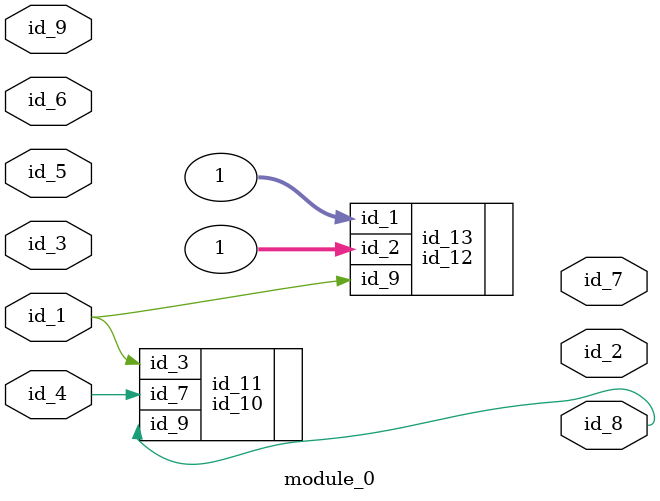
<source format=v>
module module_0 (
    id_1,
    id_2,
    id_3,
    id_4,
    id_5,
    id_6,
    id_7,
    id_8,
    id_9
);
  input id_9;
  output id_8;
  output id_7;
  input id_6;
  input id_5;
  input id_4;
  input id_3;
  output id_2;
  input id_1;
  id_10 id_11 (
      .id_9(id_8),
      .id_3(id_1),
      .id_7(id_4)
  );
  id_12 id_13 (
      .id_2(1),
      .id_1(1),
      .id_9(id_1)
  );
  id_14 id_15 (
      .id_4 (id_9),
      .id_3 (id_11),
      .id_11(id_11)
  );
endmodule

</source>
